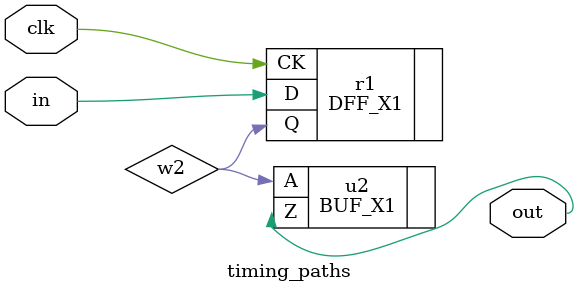
<source format=v>
module timing_paths (in, clk, out);
  input in, clk;
  output out;
  wire w1, w2;

  DFF_X1 r1 (.D(in), .CK(clk), .Q(w2));
  BUF_X1 u2 (.A(w2), .Z(out));
endmodule // top

</source>
